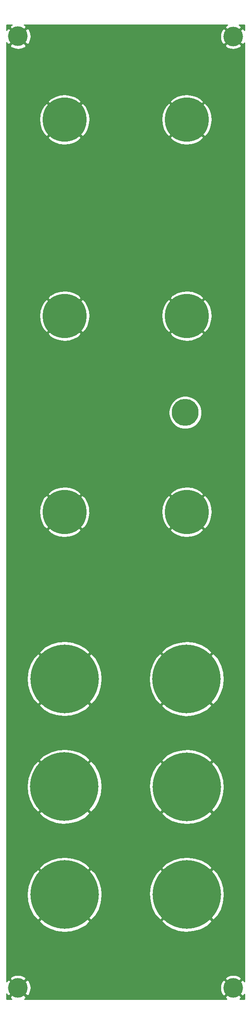
<source format=gbr>
G04 #@! TF.GenerationSoftware,KiCad,Pcbnew,(5.1.9)-1*
G04 #@! TF.CreationDate,2021-08-22T22:13:52+01:00*
G04 #@! TF.ProjectId,Simple Mixer Front Panel,53696d70-6c65-4204-9d69-786572204672,rev?*
G04 #@! TF.SameCoordinates,Original*
G04 #@! TF.FileFunction,Copper,L2,Bot*
G04 #@! TF.FilePolarity,Positive*
%FSLAX46Y46*%
G04 Gerber Fmt 4.6, Leading zero omitted, Abs format (unit mm)*
G04 Created by KiCad (PCBNEW (5.1.9)-1) date 2021-08-22 22:13:52*
%MOMM*%
%LPD*%
G01*
G04 APERTURE LIST*
G04 #@! TA.AperFunction,ComponentPad*
%ADD10C,5.500000*%
G04 #@! TD*
G04 #@! TA.AperFunction,ComponentPad*
%ADD11C,14.000000*%
G04 #@! TD*
G04 #@! TA.AperFunction,ComponentPad*
%ADD12C,4.000000*%
G04 #@! TD*
G04 #@! TA.AperFunction,ComponentPad*
%ADD13C,9.000000*%
G04 #@! TD*
G04 #@! TA.AperFunction,Conductor*
%ADD14C,0.254000*%
G04 #@! TD*
G04 #@! TA.AperFunction,Conductor*
%ADD15C,0.100000*%
G04 #@! TD*
G04 APERTURE END LIST*
D10*
X53300000Y-87340000D03*
D11*
X53600000Y-185610000D03*
D12*
X19110000Y-10630000D03*
X19110000Y-204630000D03*
D13*
X53610000Y-107620000D03*
D11*
X28610000Y-185630000D03*
D12*
X63110000Y-204650000D03*
X63110000Y-10650000D03*
D13*
X53610000Y-67630000D03*
D11*
X53600000Y-163650000D03*
D13*
X28610000Y-107620000D03*
D11*
X28600000Y-163600000D03*
D13*
X28620000Y-67630000D03*
D11*
X53570000Y-141650000D03*
D13*
X53610000Y-27620000D03*
D11*
X28620000Y-141630000D03*
D13*
X28620000Y-27630000D03*
D14*
X17658228Y-8415742D02*
X17442106Y-8782501D01*
X19110000Y-10450395D01*
X20777894Y-8782501D01*
X20561772Y-8415742D01*
X20311958Y-8285000D01*
X61940249Y-8285000D01*
X61658228Y-8435742D01*
X61442106Y-8802501D01*
X63110000Y-10470395D01*
X64777894Y-8802501D01*
X64561772Y-8435742D01*
X64273743Y-8285000D01*
X65415001Y-8285000D01*
X65415001Y-9367997D01*
X65324258Y-9198228D01*
X64957499Y-8982106D01*
X63289605Y-10650000D01*
X64957499Y-12317894D01*
X65324258Y-12101772D01*
X65415001Y-11928386D01*
X65415000Y-203367996D01*
X65324258Y-203198228D01*
X64957499Y-202982106D01*
X63289605Y-204650000D01*
X64957499Y-206317894D01*
X65324258Y-206101772D01*
X65415000Y-205928388D01*
X65415000Y-206915000D01*
X64466840Y-206915000D01*
X64561772Y-206864258D01*
X64777894Y-206497499D01*
X63110000Y-204829605D01*
X61442106Y-206497499D01*
X61658228Y-206864258D01*
X61755183Y-206915000D01*
X20429422Y-206915000D01*
X20561772Y-206844258D01*
X20777894Y-206477499D01*
X19110000Y-204809605D01*
X17442106Y-206477499D01*
X17658228Y-206844258D01*
X17793398Y-206915000D01*
X16785000Y-206915000D01*
X16785000Y-205874587D01*
X16895742Y-206081772D01*
X17262501Y-206297894D01*
X18930395Y-204630000D01*
X19289605Y-204630000D01*
X20957499Y-206297894D01*
X21324258Y-206081772D01*
X21564938Y-205621895D01*
X21711275Y-205123902D01*
X21751714Y-204673071D01*
X60462352Y-204673071D01*
X60517727Y-205189159D01*
X60672721Y-205684526D01*
X60895742Y-206101772D01*
X61262501Y-206317894D01*
X62930395Y-204650000D01*
X61262501Y-202982106D01*
X60895742Y-203198228D01*
X60655062Y-203658105D01*
X60508725Y-204156098D01*
X60462352Y-204673071D01*
X21751714Y-204673071D01*
X21757648Y-204606929D01*
X21702273Y-204090841D01*
X21547279Y-203595474D01*
X21324258Y-203178228D01*
X20957499Y-202962106D01*
X19289605Y-204630000D01*
X18930395Y-204630000D01*
X17262501Y-202962106D01*
X16895742Y-203178228D01*
X16785000Y-203389827D01*
X16785000Y-202782501D01*
X17442106Y-202782501D01*
X19110000Y-204450395D01*
X20757894Y-202802501D01*
X61442106Y-202802501D01*
X63110000Y-204470395D01*
X64777894Y-202802501D01*
X64561772Y-202435742D01*
X64101895Y-202195062D01*
X63603902Y-202048725D01*
X63086929Y-202002352D01*
X62570841Y-202057727D01*
X62075474Y-202212721D01*
X61658228Y-202435742D01*
X61442106Y-202802501D01*
X20757894Y-202802501D01*
X20777894Y-202782501D01*
X20561772Y-202415742D01*
X20101895Y-202175062D01*
X19603902Y-202028725D01*
X19086929Y-201982352D01*
X18570841Y-202037727D01*
X18075474Y-202192721D01*
X17658228Y-202415742D01*
X17442106Y-202782501D01*
X16785000Y-202782501D01*
X16785000Y-191031674D01*
X23387932Y-191031674D01*
X24203908Y-191910530D01*
X25513840Y-192649437D01*
X26942756Y-193118591D01*
X28435743Y-193299963D01*
X29935428Y-193186583D01*
X31384176Y-192782807D01*
X32726314Y-192104153D01*
X33016092Y-191910530D01*
X33832068Y-191031674D01*
X33812069Y-191011674D01*
X48377932Y-191011674D01*
X49193908Y-191890530D01*
X50503840Y-192629437D01*
X51932756Y-193098591D01*
X53425743Y-193279963D01*
X54925428Y-193166583D01*
X56374176Y-192762807D01*
X57716314Y-192084153D01*
X58006092Y-191890530D01*
X58822068Y-191011674D01*
X53600000Y-185789605D01*
X48377932Y-191011674D01*
X33812069Y-191011674D01*
X28610000Y-185809605D01*
X23387932Y-191031674D01*
X16785000Y-191031674D01*
X16785000Y-185455743D01*
X20940037Y-185455743D01*
X21053417Y-186955428D01*
X21457193Y-188404176D01*
X22135847Y-189746314D01*
X22329470Y-190036092D01*
X23208326Y-190852068D01*
X28430395Y-185630000D01*
X28789605Y-185630000D01*
X34011674Y-190852068D01*
X34890530Y-190036092D01*
X35629437Y-188726160D01*
X36098591Y-187297244D01*
X36279963Y-185804257D01*
X36252103Y-185435743D01*
X45930037Y-185435743D01*
X46043417Y-186935428D01*
X46447193Y-188384176D01*
X47125847Y-189726314D01*
X47319470Y-190016092D01*
X48198326Y-190832068D01*
X53420395Y-185610000D01*
X53779605Y-185610000D01*
X59001674Y-190832068D01*
X59880530Y-190016092D01*
X60619437Y-188706160D01*
X61088591Y-187277244D01*
X61269963Y-185784257D01*
X61156583Y-184284572D01*
X60752807Y-182835824D01*
X60074153Y-181493686D01*
X59880530Y-181203908D01*
X59001674Y-180387932D01*
X53779605Y-185610000D01*
X53420395Y-185610000D01*
X48198326Y-180387932D01*
X47319470Y-181203908D01*
X46580563Y-182513840D01*
X46111409Y-183942756D01*
X45930037Y-185435743D01*
X36252103Y-185435743D01*
X36166583Y-184304572D01*
X35762807Y-182855824D01*
X35084153Y-181513686D01*
X34890530Y-181223908D01*
X34011674Y-180407932D01*
X28789605Y-185630000D01*
X28430395Y-185630000D01*
X23208326Y-180407932D01*
X22329470Y-181223908D01*
X21590563Y-182533840D01*
X21121409Y-183962756D01*
X20940037Y-185455743D01*
X16785000Y-185455743D01*
X16785000Y-180228326D01*
X23387932Y-180228326D01*
X28610000Y-185450395D01*
X33832068Y-180228326D01*
X33813499Y-180208326D01*
X48377932Y-180208326D01*
X53600000Y-185430395D01*
X58822068Y-180208326D01*
X58006092Y-179329470D01*
X56696160Y-178590563D01*
X55267244Y-178121409D01*
X53774257Y-177940037D01*
X52274572Y-178053417D01*
X50825824Y-178457193D01*
X49483686Y-179135847D01*
X49193908Y-179329470D01*
X48377932Y-180208326D01*
X33813499Y-180208326D01*
X33016092Y-179349470D01*
X31706160Y-178610563D01*
X30277244Y-178141409D01*
X28784257Y-177960037D01*
X27284572Y-178073417D01*
X25835824Y-178477193D01*
X24493686Y-179155847D01*
X24203908Y-179349470D01*
X23387932Y-180228326D01*
X16785000Y-180228326D01*
X16785000Y-169001674D01*
X23377932Y-169001674D01*
X24193908Y-169880530D01*
X25503840Y-170619437D01*
X26932756Y-171088591D01*
X28425743Y-171269963D01*
X29925428Y-171156583D01*
X31374176Y-170752807D01*
X32716314Y-170074153D01*
X33006092Y-169880530D01*
X33775645Y-169051674D01*
X48377932Y-169051674D01*
X49193908Y-169930530D01*
X50503840Y-170669437D01*
X51932756Y-171138591D01*
X53425743Y-171319963D01*
X54925428Y-171206583D01*
X56374176Y-170802807D01*
X57716314Y-170124153D01*
X58006092Y-169930530D01*
X58822068Y-169051674D01*
X53600000Y-163829605D01*
X48377932Y-169051674D01*
X33775645Y-169051674D01*
X33822068Y-169001674D01*
X28600000Y-163779605D01*
X23377932Y-169001674D01*
X16785000Y-169001674D01*
X16785000Y-163425743D01*
X20930037Y-163425743D01*
X21043417Y-164925428D01*
X21447193Y-166374176D01*
X22125847Y-167716314D01*
X22319470Y-168006092D01*
X23198326Y-168822068D01*
X28420395Y-163600000D01*
X28779605Y-163600000D01*
X34001674Y-168822068D01*
X34880530Y-168006092D01*
X35619437Y-166696160D01*
X36088591Y-165267244D01*
X36269963Y-163774257D01*
X36247395Y-163475743D01*
X45930037Y-163475743D01*
X46043417Y-164975428D01*
X46447193Y-166424176D01*
X47125847Y-167766314D01*
X47319470Y-168056092D01*
X48198326Y-168872068D01*
X53420395Y-163650000D01*
X53779605Y-163650000D01*
X59001674Y-168872068D01*
X59880530Y-168056092D01*
X60619437Y-166746160D01*
X61088591Y-165317244D01*
X61269963Y-163824257D01*
X61156583Y-162324572D01*
X60752807Y-160875824D01*
X60074153Y-159533686D01*
X59880530Y-159243908D01*
X59001674Y-158427932D01*
X53779605Y-163650000D01*
X53420395Y-163650000D01*
X48198326Y-158427932D01*
X47319470Y-159243908D01*
X46580563Y-160553840D01*
X46111409Y-161982756D01*
X45930037Y-163475743D01*
X36247395Y-163475743D01*
X36156583Y-162274572D01*
X35752807Y-160825824D01*
X35074153Y-159483686D01*
X34880530Y-159193908D01*
X34001674Y-158377932D01*
X28779605Y-163600000D01*
X28420395Y-163600000D01*
X23198326Y-158377932D01*
X22319470Y-159193908D01*
X21580563Y-160503840D01*
X21111409Y-161932756D01*
X20930037Y-163425743D01*
X16785000Y-163425743D01*
X16785000Y-158198326D01*
X23377932Y-158198326D01*
X28600000Y-163420395D01*
X33772068Y-158248326D01*
X48377932Y-158248326D01*
X53600000Y-163470395D01*
X58822068Y-158248326D01*
X58006092Y-157369470D01*
X56696160Y-156630563D01*
X55267244Y-156161409D01*
X53774257Y-155980037D01*
X52274572Y-156093417D01*
X50825824Y-156497193D01*
X49483686Y-157175847D01*
X49193908Y-157369470D01*
X48377932Y-158248326D01*
X33772068Y-158248326D01*
X33822068Y-158198326D01*
X33006092Y-157319470D01*
X31696160Y-156580563D01*
X30267244Y-156111409D01*
X28774257Y-155930037D01*
X27274572Y-156043417D01*
X25825824Y-156447193D01*
X24483686Y-157125847D01*
X24193908Y-157319470D01*
X23377932Y-158198326D01*
X16785000Y-158198326D01*
X16785000Y-147031674D01*
X23397932Y-147031674D01*
X24213908Y-147910530D01*
X25523840Y-148649437D01*
X26952756Y-149118591D01*
X28445743Y-149299963D01*
X29945428Y-149186583D01*
X31394176Y-148782807D01*
X32736314Y-148104153D01*
X33026092Y-147910530D01*
X33823498Y-147051674D01*
X48347932Y-147051674D01*
X49163908Y-147930530D01*
X50473840Y-148669437D01*
X51902756Y-149138591D01*
X53395743Y-149319963D01*
X54895428Y-149206583D01*
X56344176Y-148802807D01*
X57686314Y-148124153D01*
X57976092Y-147930530D01*
X58792068Y-147051674D01*
X53570000Y-141829605D01*
X48347932Y-147051674D01*
X33823498Y-147051674D01*
X33842068Y-147031674D01*
X28620000Y-141809605D01*
X23397932Y-147031674D01*
X16785000Y-147031674D01*
X16785000Y-141455743D01*
X20950037Y-141455743D01*
X21063417Y-142955428D01*
X21467193Y-144404176D01*
X22145847Y-145746314D01*
X22339470Y-146036092D01*
X23218326Y-146852068D01*
X28440395Y-141630000D01*
X28799605Y-141630000D01*
X34021674Y-146852068D01*
X34900530Y-146036092D01*
X35639437Y-144726160D01*
X36108591Y-143297244D01*
X36289963Y-141804257D01*
X36265127Y-141475743D01*
X45900037Y-141475743D01*
X46013417Y-142975428D01*
X46417193Y-144424176D01*
X47095847Y-145766314D01*
X47289470Y-146056092D01*
X48168326Y-146872068D01*
X53390395Y-141650000D01*
X53749605Y-141650000D01*
X58971674Y-146872068D01*
X59850530Y-146056092D01*
X60589437Y-144746160D01*
X61058591Y-143317244D01*
X61239963Y-141824257D01*
X61126583Y-140324572D01*
X60722807Y-138875824D01*
X60044153Y-137533686D01*
X59850530Y-137243908D01*
X58971674Y-136427932D01*
X53749605Y-141650000D01*
X53390395Y-141650000D01*
X48168326Y-136427932D01*
X47289470Y-137243908D01*
X46550563Y-138553840D01*
X46081409Y-139982756D01*
X45900037Y-141475743D01*
X36265127Y-141475743D01*
X36176583Y-140304572D01*
X35772807Y-138855824D01*
X35094153Y-137513686D01*
X34900530Y-137223908D01*
X34021674Y-136407932D01*
X28799605Y-141630000D01*
X28440395Y-141630000D01*
X23218326Y-136407932D01*
X22339470Y-137223908D01*
X21600563Y-138533840D01*
X21131409Y-139962756D01*
X20950037Y-141455743D01*
X16785000Y-141455743D01*
X16785000Y-136228326D01*
X23397932Y-136228326D01*
X28620000Y-141450395D01*
X33822068Y-136248326D01*
X48347932Y-136248326D01*
X53570000Y-141470395D01*
X58792068Y-136248326D01*
X57976092Y-135369470D01*
X56666160Y-134630563D01*
X55237244Y-134161409D01*
X53744257Y-133980037D01*
X52244572Y-134093417D01*
X50795824Y-134497193D01*
X49453686Y-135175847D01*
X49163908Y-135369470D01*
X48347932Y-136248326D01*
X33822068Y-136248326D01*
X33842068Y-136228326D01*
X33026092Y-135349470D01*
X31716160Y-134610563D01*
X30287244Y-134141409D01*
X28794257Y-133960037D01*
X27294572Y-134073417D01*
X25845824Y-134477193D01*
X24503686Y-135155847D01*
X24213908Y-135349470D01*
X23397932Y-136228326D01*
X16785000Y-136228326D01*
X16785000Y-111244971D01*
X25164634Y-111244971D01*
X25680783Y-111867788D01*
X26565768Y-112357630D01*
X27529314Y-112665407D01*
X28534389Y-112779293D01*
X29542370Y-112694910D01*
X30514520Y-112415501D01*
X31413481Y-111951803D01*
X31539217Y-111867788D01*
X32055366Y-111244971D01*
X50164634Y-111244971D01*
X50680783Y-111867788D01*
X51565768Y-112357630D01*
X52529314Y-112665407D01*
X53534389Y-112779293D01*
X54542370Y-112694910D01*
X55514520Y-112415501D01*
X56413481Y-111951803D01*
X56539217Y-111867788D01*
X57055366Y-111244971D01*
X53610000Y-107799605D01*
X50164634Y-111244971D01*
X32055366Y-111244971D01*
X28610000Y-107799605D01*
X25164634Y-111244971D01*
X16785000Y-111244971D01*
X16785000Y-107544389D01*
X23450707Y-107544389D01*
X23535090Y-108552370D01*
X23814499Y-109524520D01*
X24278197Y-110423481D01*
X24362212Y-110549217D01*
X24985029Y-111065366D01*
X28430395Y-107620000D01*
X28789605Y-107620000D01*
X32234971Y-111065366D01*
X32857788Y-110549217D01*
X33347630Y-109664232D01*
X33655407Y-108700686D01*
X33769293Y-107695611D01*
X33756634Y-107544389D01*
X48450707Y-107544389D01*
X48535090Y-108552370D01*
X48814499Y-109524520D01*
X49278197Y-110423481D01*
X49362212Y-110549217D01*
X49985029Y-111065366D01*
X53430395Y-107620000D01*
X53789605Y-107620000D01*
X57234971Y-111065366D01*
X57857788Y-110549217D01*
X58347630Y-109664232D01*
X58655407Y-108700686D01*
X58769293Y-107695611D01*
X58684910Y-106687630D01*
X58405501Y-105715480D01*
X57941803Y-104816519D01*
X57857788Y-104690783D01*
X57234971Y-104174634D01*
X53789605Y-107620000D01*
X53430395Y-107620000D01*
X49985029Y-104174634D01*
X49362212Y-104690783D01*
X48872370Y-105575768D01*
X48564593Y-106539314D01*
X48450707Y-107544389D01*
X33756634Y-107544389D01*
X33684910Y-106687630D01*
X33405501Y-105715480D01*
X32941803Y-104816519D01*
X32857788Y-104690783D01*
X32234971Y-104174634D01*
X28789605Y-107620000D01*
X28430395Y-107620000D01*
X24985029Y-104174634D01*
X24362212Y-104690783D01*
X23872370Y-105575768D01*
X23564593Y-106539314D01*
X23450707Y-107544389D01*
X16785000Y-107544389D01*
X16785000Y-103995029D01*
X25164634Y-103995029D01*
X28610000Y-107440395D01*
X32055366Y-103995029D01*
X50164634Y-103995029D01*
X53610000Y-107440395D01*
X57055366Y-103995029D01*
X56539217Y-103372212D01*
X55654232Y-102882370D01*
X54690686Y-102574593D01*
X53685611Y-102460707D01*
X52677630Y-102545090D01*
X51705480Y-102824499D01*
X50806519Y-103288197D01*
X50680783Y-103372212D01*
X50164634Y-103995029D01*
X32055366Y-103995029D01*
X31539217Y-103372212D01*
X30654232Y-102882370D01*
X29690686Y-102574593D01*
X28685611Y-102460707D01*
X27677630Y-102545090D01*
X26705480Y-102824499D01*
X25806519Y-103288197D01*
X25680783Y-103372212D01*
X25164634Y-103995029D01*
X16785000Y-103995029D01*
X16785000Y-87006607D01*
X49915000Y-87006607D01*
X49915000Y-87673393D01*
X50045083Y-88327368D01*
X50300252Y-88943399D01*
X50670698Y-89497812D01*
X51142188Y-89969302D01*
X51696601Y-90339748D01*
X52312632Y-90594917D01*
X52966607Y-90725000D01*
X53633393Y-90725000D01*
X54287368Y-90594917D01*
X54903399Y-90339748D01*
X55457812Y-89969302D01*
X55929302Y-89497812D01*
X56299748Y-88943399D01*
X56554917Y-88327368D01*
X56685000Y-87673393D01*
X56685000Y-87006607D01*
X56554917Y-86352632D01*
X56299748Y-85736601D01*
X55929302Y-85182188D01*
X55457812Y-84710698D01*
X54903399Y-84340252D01*
X54287368Y-84085083D01*
X53633393Y-83955000D01*
X52966607Y-83955000D01*
X52312632Y-84085083D01*
X51696601Y-84340252D01*
X51142188Y-84710698D01*
X50670698Y-85182188D01*
X50300252Y-85736601D01*
X50045083Y-86352632D01*
X49915000Y-87006607D01*
X16785000Y-87006607D01*
X16785000Y-71254971D01*
X25174634Y-71254971D01*
X25690783Y-71877788D01*
X26575768Y-72367630D01*
X27539314Y-72675407D01*
X28544389Y-72789293D01*
X29552370Y-72704910D01*
X30524520Y-72425501D01*
X31423481Y-71961803D01*
X31549217Y-71877788D01*
X32065366Y-71254971D01*
X50164634Y-71254971D01*
X50680783Y-71877788D01*
X51565768Y-72367630D01*
X52529314Y-72675407D01*
X53534389Y-72789293D01*
X54542370Y-72704910D01*
X55514520Y-72425501D01*
X56413481Y-71961803D01*
X56539217Y-71877788D01*
X57055366Y-71254971D01*
X53610000Y-67809605D01*
X50164634Y-71254971D01*
X32065366Y-71254971D01*
X28620000Y-67809605D01*
X25174634Y-71254971D01*
X16785000Y-71254971D01*
X16785000Y-67554389D01*
X23460707Y-67554389D01*
X23545090Y-68562370D01*
X23824499Y-69534520D01*
X24288197Y-70433481D01*
X24372212Y-70559217D01*
X24995029Y-71075366D01*
X28440395Y-67630000D01*
X28799605Y-67630000D01*
X32244971Y-71075366D01*
X32867788Y-70559217D01*
X33357630Y-69674232D01*
X33665407Y-68710686D01*
X33779293Y-67705611D01*
X33766634Y-67554389D01*
X48450707Y-67554389D01*
X48535090Y-68562370D01*
X48814499Y-69534520D01*
X49278197Y-70433481D01*
X49362212Y-70559217D01*
X49985029Y-71075366D01*
X53430395Y-67630000D01*
X53789605Y-67630000D01*
X57234971Y-71075366D01*
X57857788Y-70559217D01*
X58347630Y-69674232D01*
X58655407Y-68710686D01*
X58769293Y-67705611D01*
X58684910Y-66697630D01*
X58405501Y-65725480D01*
X57941803Y-64826519D01*
X57857788Y-64700783D01*
X57234971Y-64184634D01*
X53789605Y-67630000D01*
X53430395Y-67630000D01*
X49985029Y-64184634D01*
X49362212Y-64700783D01*
X48872370Y-65585768D01*
X48564593Y-66549314D01*
X48450707Y-67554389D01*
X33766634Y-67554389D01*
X33694910Y-66697630D01*
X33415501Y-65725480D01*
X32951803Y-64826519D01*
X32867788Y-64700783D01*
X32244971Y-64184634D01*
X28799605Y-67630000D01*
X28440395Y-67630000D01*
X24995029Y-64184634D01*
X24372212Y-64700783D01*
X23882370Y-65585768D01*
X23574593Y-66549314D01*
X23460707Y-67554389D01*
X16785000Y-67554389D01*
X16785000Y-64005029D01*
X25174634Y-64005029D01*
X28620000Y-67450395D01*
X32065366Y-64005029D01*
X50164634Y-64005029D01*
X53610000Y-67450395D01*
X57055366Y-64005029D01*
X56539217Y-63382212D01*
X55654232Y-62892370D01*
X54690686Y-62584593D01*
X53685611Y-62470707D01*
X52677630Y-62555090D01*
X51705480Y-62834499D01*
X50806519Y-63298197D01*
X50680783Y-63382212D01*
X50164634Y-64005029D01*
X32065366Y-64005029D01*
X31549217Y-63382212D01*
X30664232Y-62892370D01*
X29700686Y-62584593D01*
X28695611Y-62470707D01*
X27687630Y-62555090D01*
X26715480Y-62834499D01*
X25816519Y-63298197D01*
X25690783Y-63382212D01*
X25174634Y-64005029D01*
X16785000Y-64005029D01*
X16785000Y-31254971D01*
X25174634Y-31254971D01*
X25690783Y-31877788D01*
X26575768Y-32367630D01*
X27539314Y-32675407D01*
X28544389Y-32789293D01*
X29552370Y-32704910D01*
X30524520Y-32425501D01*
X31423481Y-31961803D01*
X31549217Y-31877788D01*
X32065366Y-31254971D01*
X32055366Y-31244971D01*
X50164634Y-31244971D01*
X50680783Y-31867788D01*
X51565768Y-32357630D01*
X52529314Y-32665407D01*
X53534389Y-32779293D01*
X54542370Y-32694910D01*
X55514520Y-32415501D01*
X56413481Y-31951803D01*
X56539217Y-31867788D01*
X57055366Y-31244971D01*
X53610000Y-27799605D01*
X50164634Y-31244971D01*
X32055366Y-31244971D01*
X28620000Y-27809605D01*
X25174634Y-31254971D01*
X16785000Y-31254971D01*
X16785000Y-27554389D01*
X23460707Y-27554389D01*
X23545090Y-28562370D01*
X23824499Y-29534520D01*
X24288197Y-30433481D01*
X24372212Y-30559217D01*
X24995029Y-31075366D01*
X28440395Y-27630000D01*
X28799605Y-27630000D01*
X32244971Y-31075366D01*
X32867788Y-30559217D01*
X33357630Y-29674232D01*
X33665407Y-28710686D01*
X33779293Y-27705611D01*
X33765797Y-27544389D01*
X48450707Y-27544389D01*
X48535090Y-28552370D01*
X48814499Y-29524520D01*
X49278197Y-30423481D01*
X49362212Y-30549217D01*
X49985029Y-31065366D01*
X53430395Y-27620000D01*
X53789605Y-27620000D01*
X57234971Y-31065366D01*
X57857788Y-30549217D01*
X58347630Y-29664232D01*
X58655407Y-28700686D01*
X58769293Y-27695611D01*
X58684910Y-26687630D01*
X58405501Y-25715480D01*
X57941803Y-24816519D01*
X57857788Y-24690783D01*
X57234971Y-24174634D01*
X53789605Y-27620000D01*
X53430395Y-27620000D01*
X49985029Y-24174634D01*
X49362212Y-24690783D01*
X48872370Y-25575768D01*
X48564593Y-26539314D01*
X48450707Y-27544389D01*
X33765797Y-27544389D01*
X33694910Y-26697630D01*
X33415501Y-25725480D01*
X32951803Y-24826519D01*
X32867788Y-24700783D01*
X32244971Y-24184634D01*
X28799605Y-27630000D01*
X28440395Y-27630000D01*
X24995029Y-24184634D01*
X24372212Y-24700783D01*
X23882370Y-25585768D01*
X23574593Y-26549314D01*
X23460707Y-27554389D01*
X16785000Y-27554389D01*
X16785000Y-24005029D01*
X25174634Y-24005029D01*
X28620000Y-27450395D01*
X32065366Y-24005029D01*
X32057079Y-23995029D01*
X50164634Y-23995029D01*
X53610000Y-27440395D01*
X57055366Y-23995029D01*
X56539217Y-23372212D01*
X55654232Y-22882370D01*
X54690686Y-22574593D01*
X53685611Y-22460707D01*
X52677630Y-22545090D01*
X51705480Y-22824499D01*
X50806519Y-23288197D01*
X50680783Y-23372212D01*
X50164634Y-23995029D01*
X32057079Y-23995029D01*
X31549217Y-23382212D01*
X30664232Y-22892370D01*
X29700686Y-22584593D01*
X28695611Y-22470707D01*
X27687630Y-22555090D01*
X26715480Y-22834499D01*
X25816519Y-23298197D01*
X25690783Y-23382212D01*
X25174634Y-24005029D01*
X16785000Y-24005029D01*
X16785000Y-12477499D01*
X17442106Y-12477499D01*
X17658228Y-12844258D01*
X18118105Y-13084938D01*
X18616098Y-13231275D01*
X19133071Y-13277648D01*
X19649159Y-13222273D01*
X20144526Y-13067279D01*
X20561772Y-12844258D01*
X20766108Y-12497499D01*
X61442106Y-12497499D01*
X61658228Y-12864258D01*
X62118105Y-13104938D01*
X62616098Y-13251275D01*
X63133071Y-13297648D01*
X63649159Y-13242273D01*
X64144526Y-13087279D01*
X64561772Y-12864258D01*
X64777894Y-12497499D01*
X63110000Y-10829605D01*
X61442106Y-12497499D01*
X20766108Y-12497499D01*
X20777894Y-12477499D01*
X19110000Y-10809605D01*
X17442106Y-12477499D01*
X16785000Y-12477499D01*
X16785000Y-11874587D01*
X16895742Y-12081772D01*
X17262501Y-12297894D01*
X18930395Y-10630000D01*
X19289605Y-10630000D01*
X20957499Y-12297894D01*
X21324258Y-12081772D01*
X21564938Y-11621895D01*
X21711275Y-11123902D01*
X21751714Y-10673071D01*
X60462352Y-10673071D01*
X60517727Y-11189159D01*
X60672721Y-11684526D01*
X60895742Y-12101772D01*
X61262501Y-12317894D01*
X62930395Y-10650000D01*
X61262501Y-8982106D01*
X60895742Y-9198228D01*
X60655062Y-9658105D01*
X60508725Y-10156098D01*
X60462352Y-10673071D01*
X21751714Y-10673071D01*
X21757648Y-10606929D01*
X21702273Y-10090841D01*
X21547279Y-9595474D01*
X21324258Y-9178228D01*
X20957499Y-8962106D01*
X19289605Y-10630000D01*
X18930395Y-10630000D01*
X17262501Y-8962106D01*
X16895742Y-9178228D01*
X16785000Y-9389827D01*
X16785000Y-8285000D01*
X17902831Y-8285000D01*
X17658228Y-8415742D01*
G04 #@! TA.AperFunction,Conductor*
D15*
G36*
X17658228Y-8415742D02*
G01*
X17442106Y-8782501D01*
X19110000Y-10450395D01*
X20777894Y-8782501D01*
X20561772Y-8415742D01*
X20311958Y-8285000D01*
X61940249Y-8285000D01*
X61658228Y-8435742D01*
X61442106Y-8802501D01*
X63110000Y-10470395D01*
X64777894Y-8802501D01*
X64561772Y-8435742D01*
X64273743Y-8285000D01*
X65415001Y-8285000D01*
X65415001Y-9367997D01*
X65324258Y-9198228D01*
X64957499Y-8982106D01*
X63289605Y-10650000D01*
X64957499Y-12317894D01*
X65324258Y-12101772D01*
X65415001Y-11928386D01*
X65415000Y-203367996D01*
X65324258Y-203198228D01*
X64957499Y-202982106D01*
X63289605Y-204650000D01*
X64957499Y-206317894D01*
X65324258Y-206101772D01*
X65415000Y-205928388D01*
X65415000Y-206915000D01*
X64466840Y-206915000D01*
X64561772Y-206864258D01*
X64777894Y-206497499D01*
X63110000Y-204829605D01*
X61442106Y-206497499D01*
X61658228Y-206864258D01*
X61755183Y-206915000D01*
X20429422Y-206915000D01*
X20561772Y-206844258D01*
X20777894Y-206477499D01*
X19110000Y-204809605D01*
X17442106Y-206477499D01*
X17658228Y-206844258D01*
X17793398Y-206915000D01*
X16785000Y-206915000D01*
X16785000Y-205874587D01*
X16895742Y-206081772D01*
X17262501Y-206297894D01*
X18930395Y-204630000D01*
X19289605Y-204630000D01*
X20957499Y-206297894D01*
X21324258Y-206081772D01*
X21564938Y-205621895D01*
X21711275Y-205123902D01*
X21751714Y-204673071D01*
X60462352Y-204673071D01*
X60517727Y-205189159D01*
X60672721Y-205684526D01*
X60895742Y-206101772D01*
X61262501Y-206317894D01*
X62930395Y-204650000D01*
X61262501Y-202982106D01*
X60895742Y-203198228D01*
X60655062Y-203658105D01*
X60508725Y-204156098D01*
X60462352Y-204673071D01*
X21751714Y-204673071D01*
X21757648Y-204606929D01*
X21702273Y-204090841D01*
X21547279Y-203595474D01*
X21324258Y-203178228D01*
X20957499Y-202962106D01*
X19289605Y-204630000D01*
X18930395Y-204630000D01*
X17262501Y-202962106D01*
X16895742Y-203178228D01*
X16785000Y-203389827D01*
X16785000Y-202782501D01*
X17442106Y-202782501D01*
X19110000Y-204450395D01*
X20757894Y-202802501D01*
X61442106Y-202802501D01*
X63110000Y-204470395D01*
X64777894Y-202802501D01*
X64561772Y-202435742D01*
X64101895Y-202195062D01*
X63603902Y-202048725D01*
X63086929Y-202002352D01*
X62570841Y-202057727D01*
X62075474Y-202212721D01*
X61658228Y-202435742D01*
X61442106Y-202802501D01*
X20757894Y-202802501D01*
X20777894Y-202782501D01*
X20561772Y-202415742D01*
X20101895Y-202175062D01*
X19603902Y-202028725D01*
X19086929Y-201982352D01*
X18570841Y-202037727D01*
X18075474Y-202192721D01*
X17658228Y-202415742D01*
X17442106Y-202782501D01*
X16785000Y-202782501D01*
X16785000Y-191031674D01*
X23387932Y-191031674D01*
X24203908Y-191910530D01*
X25513840Y-192649437D01*
X26942756Y-193118591D01*
X28435743Y-193299963D01*
X29935428Y-193186583D01*
X31384176Y-192782807D01*
X32726314Y-192104153D01*
X33016092Y-191910530D01*
X33832068Y-191031674D01*
X33812069Y-191011674D01*
X48377932Y-191011674D01*
X49193908Y-191890530D01*
X50503840Y-192629437D01*
X51932756Y-193098591D01*
X53425743Y-193279963D01*
X54925428Y-193166583D01*
X56374176Y-192762807D01*
X57716314Y-192084153D01*
X58006092Y-191890530D01*
X58822068Y-191011674D01*
X53600000Y-185789605D01*
X48377932Y-191011674D01*
X33812069Y-191011674D01*
X28610000Y-185809605D01*
X23387932Y-191031674D01*
X16785000Y-191031674D01*
X16785000Y-185455743D01*
X20940037Y-185455743D01*
X21053417Y-186955428D01*
X21457193Y-188404176D01*
X22135847Y-189746314D01*
X22329470Y-190036092D01*
X23208326Y-190852068D01*
X28430395Y-185630000D01*
X28789605Y-185630000D01*
X34011674Y-190852068D01*
X34890530Y-190036092D01*
X35629437Y-188726160D01*
X36098591Y-187297244D01*
X36279963Y-185804257D01*
X36252103Y-185435743D01*
X45930037Y-185435743D01*
X46043417Y-186935428D01*
X46447193Y-188384176D01*
X47125847Y-189726314D01*
X47319470Y-190016092D01*
X48198326Y-190832068D01*
X53420395Y-185610000D01*
X53779605Y-185610000D01*
X59001674Y-190832068D01*
X59880530Y-190016092D01*
X60619437Y-188706160D01*
X61088591Y-187277244D01*
X61269963Y-185784257D01*
X61156583Y-184284572D01*
X60752807Y-182835824D01*
X60074153Y-181493686D01*
X59880530Y-181203908D01*
X59001674Y-180387932D01*
X53779605Y-185610000D01*
X53420395Y-185610000D01*
X48198326Y-180387932D01*
X47319470Y-181203908D01*
X46580563Y-182513840D01*
X46111409Y-183942756D01*
X45930037Y-185435743D01*
X36252103Y-185435743D01*
X36166583Y-184304572D01*
X35762807Y-182855824D01*
X35084153Y-181513686D01*
X34890530Y-181223908D01*
X34011674Y-180407932D01*
X28789605Y-185630000D01*
X28430395Y-185630000D01*
X23208326Y-180407932D01*
X22329470Y-181223908D01*
X21590563Y-182533840D01*
X21121409Y-183962756D01*
X20940037Y-185455743D01*
X16785000Y-185455743D01*
X16785000Y-180228326D01*
X23387932Y-180228326D01*
X28610000Y-185450395D01*
X33832068Y-180228326D01*
X33813499Y-180208326D01*
X48377932Y-180208326D01*
X53600000Y-185430395D01*
X58822068Y-180208326D01*
X58006092Y-179329470D01*
X56696160Y-178590563D01*
X55267244Y-178121409D01*
X53774257Y-177940037D01*
X52274572Y-178053417D01*
X50825824Y-178457193D01*
X49483686Y-179135847D01*
X49193908Y-179329470D01*
X48377932Y-180208326D01*
X33813499Y-180208326D01*
X33016092Y-179349470D01*
X31706160Y-178610563D01*
X30277244Y-178141409D01*
X28784257Y-177960037D01*
X27284572Y-178073417D01*
X25835824Y-178477193D01*
X24493686Y-179155847D01*
X24203908Y-179349470D01*
X23387932Y-180228326D01*
X16785000Y-180228326D01*
X16785000Y-169001674D01*
X23377932Y-169001674D01*
X24193908Y-169880530D01*
X25503840Y-170619437D01*
X26932756Y-171088591D01*
X28425743Y-171269963D01*
X29925428Y-171156583D01*
X31374176Y-170752807D01*
X32716314Y-170074153D01*
X33006092Y-169880530D01*
X33775645Y-169051674D01*
X48377932Y-169051674D01*
X49193908Y-169930530D01*
X50503840Y-170669437D01*
X51932756Y-171138591D01*
X53425743Y-171319963D01*
X54925428Y-171206583D01*
X56374176Y-170802807D01*
X57716314Y-170124153D01*
X58006092Y-169930530D01*
X58822068Y-169051674D01*
X53600000Y-163829605D01*
X48377932Y-169051674D01*
X33775645Y-169051674D01*
X33822068Y-169001674D01*
X28600000Y-163779605D01*
X23377932Y-169001674D01*
X16785000Y-169001674D01*
X16785000Y-163425743D01*
X20930037Y-163425743D01*
X21043417Y-164925428D01*
X21447193Y-166374176D01*
X22125847Y-167716314D01*
X22319470Y-168006092D01*
X23198326Y-168822068D01*
X28420395Y-163600000D01*
X28779605Y-163600000D01*
X34001674Y-168822068D01*
X34880530Y-168006092D01*
X35619437Y-166696160D01*
X36088591Y-165267244D01*
X36269963Y-163774257D01*
X36247395Y-163475743D01*
X45930037Y-163475743D01*
X46043417Y-164975428D01*
X46447193Y-166424176D01*
X47125847Y-167766314D01*
X47319470Y-168056092D01*
X48198326Y-168872068D01*
X53420395Y-163650000D01*
X53779605Y-163650000D01*
X59001674Y-168872068D01*
X59880530Y-168056092D01*
X60619437Y-166746160D01*
X61088591Y-165317244D01*
X61269963Y-163824257D01*
X61156583Y-162324572D01*
X60752807Y-160875824D01*
X60074153Y-159533686D01*
X59880530Y-159243908D01*
X59001674Y-158427932D01*
X53779605Y-163650000D01*
X53420395Y-163650000D01*
X48198326Y-158427932D01*
X47319470Y-159243908D01*
X46580563Y-160553840D01*
X46111409Y-161982756D01*
X45930037Y-163475743D01*
X36247395Y-163475743D01*
X36156583Y-162274572D01*
X35752807Y-160825824D01*
X35074153Y-159483686D01*
X34880530Y-159193908D01*
X34001674Y-158377932D01*
X28779605Y-163600000D01*
X28420395Y-163600000D01*
X23198326Y-158377932D01*
X22319470Y-159193908D01*
X21580563Y-160503840D01*
X21111409Y-161932756D01*
X20930037Y-163425743D01*
X16785000Y-163425743D01*
X16785000Y-158198326D01*
X23377932Y-158198326D01*
X28600000Y-163420395D01*
X33772068Y-158248326D01*
X48377932Y-158248326D01*
X53600000Y-163470395D01*
X58822068Y-158248326D01*
X58006092Y-157369470D01*
X56696160Y-156630563D01*
X55267244Y-156161409D01*
X53774257Y-155980037D01*
X52274572Y-156093417D01*
X50825824Y-156497193D01*
X49483686Y-157175847D01*
X49193908Y-157369470D01*
X48377932Y-158248326D01*
X33772068Y-158248326D01*
X33822068Y-158198326D01*
X33006092Y-157319470D01*
X31696160Y-156580563D01*
X30267244Y-156111409D01*
X28774257Y-155930037D01*
X27274572Y-156043417D01*
X25825824Y-156447193D01*
X24483686Y-157125847D01*
X24193908Y-157319470D01*
X23377932Y-158198326D01*
X16785000Y-158198326D01*
X16785000Y-147031674D01*
X23397932Y-147031674D01*
X24213908Y-147910530D01*
X25523840Y-148649437D01*
X26952756Y-149118591D01*
X28445743Y-149299963D01*
X29945428Y-149186583D01*
X31394176Y-148782807D01*
X32736314Y-148104153D01*
X33026092Y-147910530D01*
X33823498Y-147051674D01*
X48347932Y-147051674D01*
X49163908Y-147930530D01*
X50473840Y-148669437D01*
X51902756Y-149138591D01*
X53395743Y-149319963D01*
X54895428Y-149206583D01*
X56344176Y-148802807D01*
X57686314Y-148124153D01*
X57976092Y-147930530D01*
X58792068Y-147051674D01*
X53570000Y-141829605D01*
X48347932Y-147051674D01*
X33823498Y-147051674D01*
X33842068Y-147031674D01*
X28620000Y-141809605D01*
X23397932Y-147031674D01*
X16785000Y-147031674D01*
X16785000Y-141455743D01*
X20950037Y-141455743D01*
X21063417Y-142955428D01*
X21467193Y-144404176D01*
X22145847Y-145746314D01*
X22339470Y-146036092D01*
X23218326Y-146852068D01*
X28440395Y-141630000D01*
X28799605Y-141630000D01*
X34021674Y-146852068D01*
X34900530Y-146036092D01*
X35639437Y-144726160D01*
X36108591Y-143297244D01*
X36289963Y-141804257D01*
X36265127Y-141475743D01*
X45900037Y-141475743D01*
X46013417Y-142975428D01*
X46417193Y-144424176D01*
X47095847Y-145766314D01*
X47289470Y-146056092D01*
X48168326Y-146872068D01*
X53390395Y-141650000D01*
X53749605Y-141650000D01*
X58971674Y-146872068D01*
X59850530Y-146056092D01*
X60589437Y-144746160D01*
X61058591Y-143317244D01*
X61239963Y-141824257D01*
X61126583Y-140324572D01*
X60722807Y-138875824D01*
X60044153Y-137533686D01*
X59850530Y-137243908D01*
X58971674Y-136427932D01*
X53749605Y-141650000D01*
X53390395Y-141650000D01*
X48168326Y-136427932D01*
X47289470Y-137243908D01*
X46550563Y-138553840D01*
X46081409Y-139982756D01*
X45900037Y-141475743D01*
X36265127Y-141475743D01*
X36176583Y-140304572D01*
X35772807Y-138855824D01*
X35094153Y-137513686D01*
X34900530Y-137223908D01*
X34021674Y-136407932D01*
X28799605Y-141630000D01*
X28440395Y-141630000D01*
X23218326Y-136407932D01*
X22339470Y-137223908D01*
X21600563Y-138533840D01*
X21131409Y-139962756D01*
X20950037Y-141455743D01*
X16785000Y-141455743D01*
X16785000Y-136228326D01*
X23397932Y-136228326D01*
X28620000Y-141450395D01*
X33822068Y-136248326D01*
X48347932Y-136248326D01*
X53570000Y-141470395D01*
X58792068Y-136248326D01*
X57976092Y-135369470D01*
X56666160Y-134630563D01*
X55237244Y-134161409D01*
X53744257Y-133980037D01*
X52244572Y-134093417D01*
X50795824Y-134497193D01*
X49453686Y-135175847D01*
X49163908Y-135369470D01*
X48347932Y-136248326D01*
X33822068Y-136248326D01*
X33842068Y-136228326D01*
X33026092Y-135349470D01*
X31716160Y-134610563D01*
X30287244Y-134141409D01*
X28794257Y-133960037D01*
X27294572Y-134073417D01*
X25845824Y-134477193D01*
X24503686Y-135155847D01*
X24213908Y-135349470D01*
X23397932Y-136228326D01*
X16785000Y-136228326D01*
X16785000Y-111244971D01*
X25164634Y-111244971D01*
X25680783Y-111867788D01*
X26565768Y-112357630D01*
X27529314Y-112665407D01*
X28534389Y-112779293D01*
X29542370Y-112694910D01*
X30514520Y-112415501D01*
X31413481Y-111951803D01*
X31539217Y-111867788D01*
X32055366Y-111244971D01*
X50164634Y-111244971D01*
X50680783Y-111867788D01*
X51565768Y-112357630D01*
X52529314Y-112665407D01*
X53534389Y-112779293D01*
X54542370Y-112694910D01*
X55514520Y-112415501D01*
X56413481Y-111951803D01*
X56539217Y-111867788D01*
X57055366Y-111244971D01*
X53610000Y-107799605D01*
X50164634Y-111244971D01*
X32055366Y-111244971D01*
X28610000Y-107799605D01*
X25164634Y-111244971D01*
X16785000Y-111244971D01*
X16785000Y-107544389D01*
X23450707Y-107544389D01*
X23535090Y-108552370D01*
X23814499Y-109524520D01*
X24278197Y-110423481D01*
X24362212Y-110549217D01*
X24985029Y-111065366D01*
X28430395Y-107620000D01*
X28789605Y-107620000D01*
X32234971Y-111065366D01*
X32857788Y-110549217D01*
X33347630Y-109664232D01*
X33655407Y-108700686D01*
X33769293Y-107695611D01*
X33756634Y-107544389D01*
X48450707Y-107544389D01*
X48535090Y-108552370D01*
X48814499Y-109524520D01*
X49278197Y-110423481D01*
X49362212Y-110549217D01*
X49985029Y-111065366D01*
X53430395Y-107620000D01*
X53789605Y-107620000D01*
X57234971Y-111065366D01*
X57857788Y-110549217D01*
X58347630Y-109664232D01*
X58655407Y-108700686D01*
X58769293Y-107695611D01*
X58684910Y-106687630D01*
X58405501Y-105715480D01*
X57941803Y-104816519D01*
X57857788Y-104690783D01*
X57234971Y-104174634D01*
X53789605Y-107620000D01*
X53430395Y-107620000D01*
X49985029Y-104174634D01*
X49362212Y-104690783D01*
X48872370Y-105575768D01*
X48564593Y-106539314D01*
X48450707Y-107544389D01*
X33756634Y-107544389D01*
X33684910Y-106687630D01*
X33405501Y-105715480D01*
X32941803Y-104816519D01*
X32857788Y-104690783D01*
X32234971Y-104174634D01*
X28789605Y-107620000D01*
X28430395Y-107620000D01*
X24985029Y-104174634D01*
X24362212Y-104690783D01*
X23872370Y-105575768D01*
X23564593Y-106539314D01*
X23450707Y-107544389D01*
X16785000Y-107544389D01*
X16785000Y-103995029D01*
X25164634Y-103995029D01*
X28610000Y-107440395D01*
X32055366Y-103995029D01*
X50164634Y-103995029D01*
X53610000Y-107440395D01*
X57055366Y-103995029D01*
X56539217Y-103372212D01*
X55654232Y-102882370D01*
X54690686Y-102574593D01*
X53685611Y-102460707D01*
X52677630Y-102545090D01*
X51705480Y-102824499D01*
X50806519Y-103288197D01*
X50680783Y-103372212D01*
X50164634Y-103995029D01*
X32055366Y-103995029D01*
X31539217Y-103372212D01*
X30654232Y-102882370D01*
X29690686Y-102574593D01*
X28685611Y-102460707D01*
X27677630Y-102545090D01*
X26705480Y-102824499D01*
X25806519Y-103288197D01*
X25680783Y-103372212D01*
X25164634Y-103995029D01*
X16785000Y-103995029D01*
X16785000Y-87006607D01*
X49915000Y-87006607D01*
X49915000Y-87673393D01*
X50045083Y-88327368D01*
X50300252Y-88943399D01*
X50670698Y-89497812D01*
X51142188Y-89969302D01*
X51696601Y-90339748D01*
X52312632Y-90594917D01*
X52966607Y-90725000D01*
X53633393Y-90725000D01*
X54287368Y-90594917D01*
X54903399Y-90339748D01*
X55457812Y-89969302D01*
X55929302Y-89497812D01*
X56299748Y-88943399D01*
X56554917Y-88327368D01*
X56685000Y-87673393D01*
X56685000Y-87006607D01*
X56554917Y-86352632D01*
X56299748Y-85736601D01*
X55929302Y-85182188D01*
X55457812Y-84710698D01*
X54903399Y-84340252D01*
X54287368Y-84085083D01*
X53633393Y-83955000D01*
X52966607Y-83955000D01*
X52312632Y-84085083D01*
X51696601Y-84340252D01*
X51142188Y-84710698D01*
X50670698Y-85182188D01*
X50300252Y-85736601D01*
X50045083Y-86352632D01*
X49915000Y-87006607D01*
X16785000Y-87006607D01*
X16785000Y-71254971D01*
X25174634Y-71254971D01*
X25690783Y-71877788D01*
X26575768Y-72367630D01*
X27539314Y-72675407D01*
X28544389Y-72789293D01*
X29552370Y-72704910D01*
X30524520Y-72425501D01*
X31423481Y-71961803D01*
X31549217Y-71877788D01*
X32065366Y-71254971D01*
X50164634Y-71254971D01*
X50680783Y-71877788D01*
X51565768Y-72367630D01*
X52529314Y-72675407D01*
X53534389Y-72789293D01*
X54542370Y-72704910D01*
X55514520Y-72425501D01*
X56413481Y-71961803D01*
X56539217Y-71877788D01*
X57055366Y-71254971D01*
X53610000Y-67809605D01*
X50164634Y-71254971D01*
X32065366Y-71254971D01*
X28620000Y-67809605D01*
X25174634Y-71254971D01*
X16785000Y-71254971D01*
X16785000Y-67554389D01*
X23460707Y-67554389D01*
X23545090Y-68562370D01*
X23824499Y-69534520D01*
X24288197Y-70433481D01*
X24372212Y-70559217D01*
X24995029Y-71075366D01*
X28440395Y-67630000D01*
X28799605Y-67630000D01*
X32244971Y-71075366D01*
X32867788Y-70559217D01*
X33357630Y-69674232D01*
X33665407Y-68710686D01*
X33779293Y-67705611D01*
X33766634Y-67554389D01*
X48450707Y-67554389D01*
X48535090Y-68562370D01*
X48814499Y-69534520D01*
X49278197Y-70433481D01*
X49362212Y-70559217D01*
X49985029Y-71075366D01*
X53430395Y-67630000D01*
X53789605Y-67630000D01*
X57234971Y-71075366D01*
X57857788Y-70559217D01*
X58347630Y-69674232D01*
X58655407Y-68710686D01*
X58769293Y-67705611D01*
X58684910Y-66697630D01*
X58405501Y-65725480D01*
X57941803Y-64826519D01*
X57857788Y-64700783D01*
X57234971Y-64184634D01*
X53789605Y-67630000D01*
X53430395Y-67630000D01*
X49985029Y-64184634D01*
X49362212Y-64700783D01*
X48872370Y-65585768D01*
X48564593Y-66549314D01*
X48450707Y-67554389D01*
X33766634Y-67554389D01*
X33694910Y-66697630D01*
X33415501Y-65725480D01*
X32951803Y-64826519D01*
X32867788Y-64700783D01*
X32244971Y-64184634D01*
X28799605Y-67630000D01*
X28440395Y-67630000D01*
X24995029Y-64184634D01*
X24372212Y-64700783D01*
X23882370Y-65585768D01*
X23574593Y-66549314D01*
X23460707Y-67554389D01*
X16785000Y-67554389D01*
X16785000Y-64005029D01*
X25174634Y-64005029D01*
X28620000Y-67450395D01*
X32065366Y-64005029D01*
X50164634Y-64005029D01*
X53610000Y-67450395D01*
X57055366Y-64005029D01*
X56539217Y-63382212D01*
X55654232Y-62892370D01*
X54690686Y-62584593D01*
X53685611Y-62470707D01*
X52677630Y-62555090D01*
X51705480Y-62834499D01*
X50806519Y-63298197D01*
X50680783Y-63382212D01*
X50164634Y-64005029D01*
X32065366Y-64005029D01*
X31549217Y-63382212D01*
X30664232Y-62892370D01*
X29700686Y-62584593D01*
X28695611Y-62470707D01*
X27687630Y-62555090D01*
X26715480Y-62834499D01*
X25816519Y-63298197D01*
X25690783Y-63382212D01*
X25174634Y-64005029D01*
X16785000Y-64005029D01*
X16785000Y-31254971D01*
X25174634Y-31254971D01*
X25690783Y-31877788D01*
X26575768Y-32367630D01*
X27539314Y-32675407D01*
X28544389Y-32789293D01*
X29552370Y-32704910D01*
X30524520Y-32425501D01*
X31423481Y-31961803D01*
X31549217Y-31877788D01*
X32065366Y-31254971D01*
X32055366Y-31244971D01*
X50164634Y-31244971D01*
X50680783Y-31867788D01*
X51565768Y-32357630D01*
X52529314Y-32665407D01*
X53534389Y-32779293D01*
X54542370Y-32694910D01*
X55514520Y-32415501D01*
X56413481Y-31951803D01*
X56539217Y-31867788D01*
X57055366Y-31244971D01*
X53610000Y-27799605D01*
X50164634Y-31244971D01*
X32055366Y-31244971D01*
X28620000Y-27809605D01*
X25174634Y-31254971D01*
X16785000Y-31254971D01*
X16785000Y-27554389D01*
X23460707Y-27554389D01*
X23545090Y-28562370D01*
X23824499Y-29534520D01*
X24288197Y-30433481D01*
X24372212Y-30559217D01*
X24995029Y-31075366D01*
X28440395Y-27630000D01*
X28799605Y-27630000D01*
X32244971Y-31075366D01*
X32867788Y-30559217D01*
X33357630Y-29674232D01*
X33665407Y-28710686D01*
X33779293Y-27705611D01*
X33765797Y-27544389D01*
X48450707Y-27544389D01*
X48535090Y-28552370D01*
X48814499Y-29524520D01*
X49278197Y-30423481D01*
X49362212Y-30549217D01*
X49985029Y-31065366D01*
X53430395Y-27620000D01*
X53789605Y-27620000D01*
X57234971Y-31065366D01*
X57857788Y-30549217D01*
X58347630Y-29664232D01*
X58655407Y-28700686D01*
X58769293Y-27695611D01*
X58684910Y-26687630D01*
X58405501Y-25715480D01*
X57941803Y-24816519D01*
X57857788Y-24690783D01*
X57234971Y-24174634D01*
X53789605Y-27620000D01*
X53430395Y-27620000D01*
X49985029Y-24174634D01*
X49362212Y-24690783D01*
X48872370Y-25575768D01*
X48564593Y-26539314D01*
X48450707Y-27544389D01*
X33765797Y-27544389D01*
X33694910Y-26697630D01*
X33415501Y-25725480D01*
X32951803Y-24826519D01*
X32867788Y-24700783D01*
X32244971Y-24184634D01*
X28799605Y-27630000D01*
X28440395Y-27630000D01*
X24995029Y-24184634D01*
X24372212Y-24700783D01*
X23882370Y-25585768D01*
X23574593Y-26549314D01*
X23460707Y-27554389D01*
X16785000Y-27554389D01*
X16785000Y-24005029D01*
X25174634Y-24005029D01*
X28620000Y-27450395D01*
X32065366Y-24005029D01*
X32057079Y-23995029D01*
X50164634Y-23995029D01*
X53610000Y-27440395D01*
X57055366Y-23995029D01*
X56539217Y-23372212D01*
X55654232Y-22882370D01*
X54690686Y-22574593D01*
X53685611Y-22460707D01*
X52677630Y-22545090D01*
X51705480Y-22824499D01*
X50806519Y-23288197D01*
X50680783Y-23372212D01*
X50164634Y-23995029D01*
X32057079Y-23995029D01*
X31549217Y-23382212D01*
X30664232Y-22892370D01*
X29700686Y-22584593D01*
X28695611Y-22470707D01*
X27687630Y-22555090D01*
X26715480Y-22834499D01*
X25816519Y-23298197D01*
X25690783Y-23382212D01*
X25174634Y-24005029D01*
X16785000Y-24005029D01*
X16785000Y-12477499D01*
X17442106Y-12477499D01*
X17658228Y-12844258D01*
X18118105Y-13084938D01*
X18616098Y-13231275D01*
X19133071Y-13277648D01*
X19649159Y-13222273D01*
X20144526Y-13067279D01*
X20561772Y-12844258D01*
X20766108Y-12497499D01*
X61442106Y-12497499D01*
X61658228Y-12864258D01*
X62118105Y-13104938D01*
X62616098Y-13251275D01*
X63133071Y-13297648D01*
X63649159Y-13242273D01*
X64144526Y-13087279D01*
X64561772Y-12864258D01*
X64777894Y-12497499D01*
X63110000Y-10829605D01*
X61442106Y-12497499D01*
X20766108Y-12497499D01*
X20777894Y-12477499D01*
X19110000Y-10809605D01*
X17442106Y-12477499D01*
X16785000Y-12477499D01*
X16785000Y-11874587D01*
X16895742Y-12081772D01*
X17262501Y-12297894D01*
X18930395Y-10630000D01*
X19289605Y-10630000D01*
X20957499Y-12297894D01*
X21324258Y-12081772D01*
X21564938Y-11621895D01*
X21711275Y-11123902D01*
X21751714Y-10673071D01*
X60462352Y-10673071D01*
X60517727Y-11189159D01*
X60672721Y-11684526D01*
X60895742Y-12101772D01*
X61262501Y-12317894D01*
X62930395Y-10650000D01*
X61262501Y-8982106D01*
X60895742Y-9198228D01*
X60655062Y-9658105D01*
X60508725Y-10156098D01*
X60462352Y-10673071D01*
X21751714Y-10673071D01*
X21757648Y-10606929D01*
X21702273Y-10090841D01*
X21547279Y-9595474D01*
X21324258Y-9178228D01*
X20957499Y-8962106D01*
X19289605Y-10630000D01*
X18930395Y-10630000D01*
X17262501Y-8962106D01*
X16895742Y-9178228D01*
X16785000Y-9389827D01*
X16785000Y-8285000D01*
X17902831Y-8285000D01*
X17658228Y-8415742D01*
G37*
G04 #@! TD.AperFunction*
M02*

</source>
